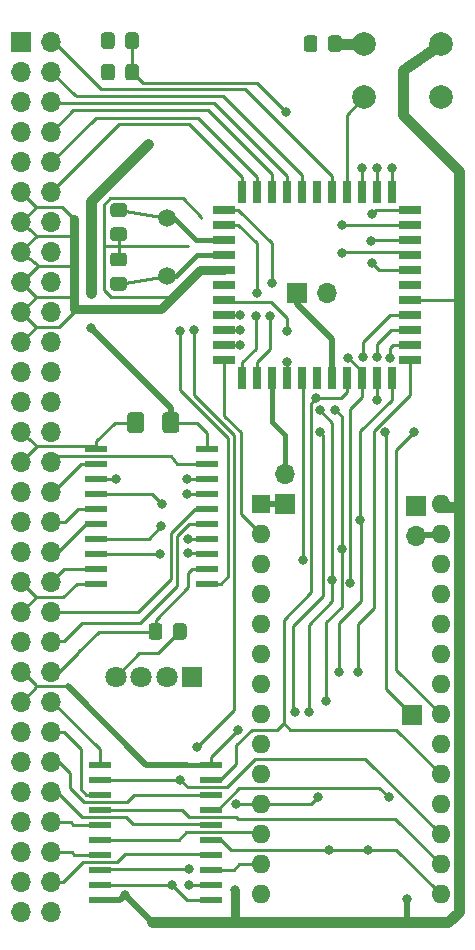
<source format=gbr>
%TF.GenerationSoftware,KiCad,Pcbnew,5.1.9+dfsg1-1+deb11u1*%
%TF.CreationDate,2024-10-31T16:52:42-07:00*%
%TF.ProjectId,8051,38303531-2e6b-4696-9361-645f70636258,rev?*%
%TF.SameCoordinates,Original*%
%TF.FileFunction,Copper,L1,Top*%
%TF.FilePolarity,Positive*%
%FSLAX46Y46*%
G04 Gerber Fmt 4.6, Leading zero omitted, Abs format (unit mm)*
G04 Created by KiCad (PCBNEW 5.1.9+dfsg1-1+deb11u1) date 2024-10-31 16:52:42*
%MOMM*%
%LPD*%
G01*
G04 APERTURE LIST*
%TA.AperFunction,ComponentPad*%
%ADD10R,1.700000X1.700000*%
%TD*%
%TA.AperFunction,ComponentPad*%
%ADD11O,1.600000X1.600000*%
%TD*%
%TA.AperFunction,ComponentPad*%
%ADD12R,1.600000X1.600000*%
%TD*%
%TA.AperFunction,ComponentPad*%
%ADD13O,1.700000X1.700000*%
%TD*%
%TA.AperFunction,ComponentPad*%
%ADD14C,1.800000*%
%TD*%
%TA.AperFunction,ComponentPad*%
%ADD15R,1.800000X1.800000*%
%TD*%
%TA.AperFunction,ComponentPad*%
%ADD16C,1.500000*%
%TD*%
%TA.AperFunction,SMDPad,CuDef*%
%ADD17R,1.950000X0.600000*%
%TD*%
%TA.AperFunction,SMDPad,CuDef*%
%ADD18R,0.700000X1.925000*%
%TD*%
%TA.AperFunction,SMDPad,CuDef*%
%ADD19R,1.925000X0.700000*%
%TD*%
%TA.AperFunction,ComponentPad*%
%ADD20C,2.000000*%
%TD*%
%TA.AperFunction,ViaPad*%
%ADD21C,0.800000*%
%TD*%
%TA.AperFunction,Conductor*%
%ADD22C,0.254000*%
%TD*%
%TA.AperFunction,Conductor*%
%ADD23C,0.762000*%
%TD*%
%TA.AperFunction,Conductor*%
%ADD24C,0.508000*%
%TD*%
%TA.AperFunction,Conductor*%
%ADD25C,0.635000*%
%TD*%
%TA.AperFunction,Conductor*%
%ADD26C,0.381000*%
%TD*%
%TA.AperFunction,Conductor*%
%ADD27C,0.889000*%
%TD*%
%TA.AperFunction,Conductor*%
%ADD28C,0.250000*%
%TD*%
G04 APERTURE END LIST*
D10*
%TO.P,J5,1*%
%TO.N,Net-(J5-Pad1)*%
X124000000Y-120300000D03*
%TD*%
D11*
%TO.P,U5,28*%
%TO.N,+5V*%
X126490000Y-102500000D03*
%TO.P,U5,14*%
%TO.N,GND*%
X111250000Y-135520000D03*
%TO.P,U5,27*%
%TO.N,Net-(J4-Pad1)*%
X126490000Y-105040000D03*
%TO.P,U5,13*%
%TO.N,AD2*%
X111250000Y-132980000D03*
%TO.P,U5,26*%
%TO.N,Net-(U1-Pad29)*%
X126490000Y-107580000D03*
%TO.P,U5,12*%
%TO.N,AD1*%
X111250000Y-130440000D03*
%TO.P,U5,25*%
%TO.N,Net-(U1-Pad24)*%
X126490000Y-110120000D03*
%TO.P,U5,11*%
%TO.N,AD0*%
X111250000Y-127900000D03*
%TO.P,U5,24*%
%TO.N,Net-(U1-Pad25)*%
X126490000Y-112660000D03*
%TO.P,U5,10*%
%TO.N,A0*%
X111250000Y-125360000D03*
%TO.P,U5,23*%
%TO.N,Net-(U1-Pad27)*%
X126490000Y-115200000D03*
%TO.P,U5,9*%
%TO.N,A1*%
X111250000Y-122820000D03*
%TO.P,U5,22*%
%TO.N,GND*%
X126490000Y-117740000D03*
%TO.P,U5,8*%
%TO.N,A2*%
X111250000Y-120280000D03*
%TO.P,U5,21*%
%TO.N,Net-(U1-Pad26)*%
X126490000Y-120280000D03*
%TO.P,U5,7*%
%TO.N,A3*%
X111250000Y-117740000D03*
%TO.P,U5,20*%
%TO.N,Net-(J5-Pad1)*%
X126490000Y-122820000D03*
%TO.P,U5,6*%
%TO.N,A4*%
X111250000Y-115200000D03*
%TO.P,U5,19*%
%TO.N,AD7*%
X126490000Y-125360000D03*
%TO.P,U5,5*%
%TO.N,A5*%
X111250000Y-112660000D03*
%TO.P,U5,18*%
%TO.N,AD6*%
X126490000Y-127900000D03*
%TO.P,U5,4*%
%TO.N,A6*%
X111250000Y-110120000D03*
%TO.P,U5,17*%
%TO.N,AD5*%
X126490000Y-130440000D03*
%TO.P,U5,3*%
%TO.N,A7*%
X111250000Y-107580000D03*
%TO.P,U5,16*%
%TO.N,AD4*%
X126490000Y-132980000D03*
%TO.P,U5,2*%
%TO.N,Net-(U1-Pad28)*%
X111250000Y-105040000D03*
%TO.P,U5,15*%
%TO.N,AD3*%
X126490000Y-135520000D03*
D12*
%TO.P,U5,1*%
%TO.N,Net-(J3-Pad1)*%
X111250000Y-102500000D03*
%TD*%
D13*
%TO.P,J4,2*%
%TO.N,Net-(J4-Pad1)*%
X124333000Y-105156000D03*
D10*
%TO.P,J4,1*%
X124333000Y-102616000D03*
%TD*%
D13*
%TO.P,J3,2*%
%TO.N,Net-(J3-Pad1)*%
X113284000Y-99949000D03*
D10*
%TO.P,J3,1*%
X113284000Y-102489000D03*
%TD*%
%TO.P,D4,2*%
%TO.N,Net-(D4-Pad2)*%
%TA.AperFunction,SMDPad,CuDef*%
G36*
G01*
X98873000Y-65462999D02*
X98873000Y-66363001D01*
G75*
G02*
X98623001Y-66613000I-249999J0D01*
G01*
X97972999Y-66613000D01*
G75*
G02*
X97723000Y-66363001I0J249999D01*
G01*
X97723000Y-65462999D01*
G75*
G02*
X97972999Y-65213000I249999J0D01*
G01*
X98623001Y-65213000D01*
G75*
G02*
X98873000Y-65462999I0J-249999D01*
G01*
G37*
%TD.AperFunction*%
%TO.P,D4,1*%
%TO.N,GND*%
%TA.AperFunction,SMDPad,CuDef*%
G36*
G01*
X100923000Y-65462999D02*
X100923000Y-66363001D01*
G75*
G02*
X100673001Y-66613000I-249999J0D01*
G01*
X100022999Y-66613000D01*
G75*
G02*
X99773000Y-66363001I0J249999D01*
G01*
X99773000Y-65462999D01*
G75*
G02*
X100022999Y-65213000I249999J0D01*
G01*
X100673001Y-65213000D01*
G75*
G02*
X100923000Y-65462999I0J-249999D01*
G01*
G37*
%TD.AperFunction*%
%TD*%
%TO.P,D3,2*%
%TO.N,Net-(D3-Pad2)*%
%TA.AperFunction,SMDPad,CuDef*%
G36*
G01*
X98855000Y-62795999D02*
X98855000Y-63696001D01*
G75*
G02*
X98605001Y-63946000I-249999J0D01*
G01*
X97954999Y-63946000D01*
G75*
G02*
X97705000Y-63696001I0J249999D01*
G01*
X97705000Y-62795999D01*
G75*
G02*
X97954999Y-62546000I249999J0D01*
G01*
X98605001Y-62546000D01*
G75*
G02*
X98855000Y-62795999I0J-249999D01*
G01*
G37*
%TD.AperFunction*%
%TO.P,D3,1*%
%TO.N,GND*%
%TA.AperFunction,SMDPad,CuDef*%
G36*
G01*
X100905000Y-62795999D02*
X100905000Y-63696001D01*
G75*
G02*
X100655001Y-63946000I-249999J0D01*
G01*
X100004999Y-63946000D01*
G75*
G02*
X99755000Y-63696001I0J249999D01*
G01*
X99755000Y-62795999D01*
G75*
G02*
X100004999Y-62546000I249999J0D01*
G01*
X100655001Y-62546000D01*
G75*
G02*
X100905000Y-62795999I0J-249999D01*
G01*
G37*
%TD.AperFunction*%
%TD*%
%TO.P,R5,2*%
%TO.N,O0*%
%TA.AperFunction,SMDPad,CuDef*%
G36*
G01*
X102893600Y-112808599D02*
X102893600Y-113708601D01*
G75*
G02*
X102643601Y-113958600I-249999J0D01*
G01*
X101993599Y-113958600D01*
G75*
G02*
X101743600Y-113708601I0J249999D01*
G01*
X101743600Y-112808599D01*
G75*
G02*
X101993599Y-112558600I249999J0D01*
G01*
X102643601Y-112558600D01*
G75*
G02*
X102893600Y-112808599I0J-249999D01*
G01*
G37*
%TD.AperFunction*%
%TO.P,R5,1*%
%TO.N,Net-(D2-Pad4)*%
%TA.AperFunction,SMDPad,CuDef*%
G36*
G01*
X104943600Y-112808599D02*
X104943600Y-113708601D01*
G75*
G02*
X104693601Y-113958600I-249999J0D01*
G01*
X104043599Y-113958600D01*
G75*
G02*
X103793600Y-113708601I0J249999D01*
G01*
X103793600Y-112808599D01*
G75*
G02*
X104043599Y-112558600I249999J0D01*
G01*
X104693601Y-112558600D01*
G75*
G02*
X104943600Y-112808599I0J-249999D01*
G01*
G37*
%TD.AperFunction*%
%TD*%
D14*
%TO.P,D2,4*%
%TO.N,Net-(D2-Pad4)*%
X98933000Y-117094000D03*
%TO.P,D2,3*%
%TO.N,Net-(D2-Pad3)*%
X101092000Y-117094000D03*
%TO.P,D2,2*%
%TO.N,GND*%
X103251000Y-117094000D03*
D15*
%TO.P,D2,1*%
%TO.N,Net-(D2-Pad1)*%
X105410000Y-117094000D03*
%TD*%
%TO.P,D1,2*%
%TO.N,+5V*%
%TA.AperFunction,SMDPad,CuDef*%
G36*
G01*
X116925000Y-63950001D02*
X116925000Y-63049999D01*
G75*
G02*
X117174999Y-62800000I249999J0D01*
G01*
X117825001Y-62800000D01*
G75*
G02*
X118075000Y-63049999I0J-249999D01*
G01*
X118075000Y-63950001D01*
G75*
G02*
X117825001Y-64200000I-249999J0D01*
G01*
X117174999Y-64200000D01*
G75*
G02*
X116925000Y-63950001I0J249999D01*
G01*
G37*
%TD.AperFunction*%
%TO.P,D1,1*%
%TO.N,Net-(D1-Pad1)*%
%TA.AperFunction,SMDPad,CuDef*%
G36*
G01*
X114875000Y-63950001D02*
X114875000Y-63049999D01*
G75*
G02*
X115124999Y-62800000I249999J0D01*
G01*
X115775001Y-62800000D01*
G75*
G02*
X116025000Y-63049999I0J-249999D01*
G01*
X116025000Y-63950001D01*
G75*
G02*
X115775001Y-64200000I-249999J0D01*
G01*
X115124999Y-64200000D01*
G75*
G02*
X114875000Y-63950001I0J249999D01*
G01*
G37*
%TD.AperFunction*%
%TD*%
%TO.P,C4,2*%
%TO.N,GND*%
%TA.AperFunction,SMDPad,CuDef*%
G36*
G01*
X101347300Y-94955200D02*
X101347300Y-96205200D01*
G75*
G02*
X101097300Y-96455200I-250000J0D01*
G01*
X100172300Y-96455200D01*
G75*
G02*
X99922300Y-96205200I0J250000D01*
G01*
X99922300Y-94955200D01*
G75*
G02*
X100172300Y-94705200I250000J0D01*
G01*
X101097300Y-94705200D01*
G75*
G02*
X101347300Y-94955200I0J-250000D01*
G01*
G37*
%TD.AperFunction*%
%TO.P,C4,1*%
%TO.N,+5V*%
%TA.AperFunction,SMDPad,CuDef*%
G36*
G01*
X104322300Y-94955200D02*
X104322300Y-96205200D01*
G75*
G02*
X104072300Y-96455200I-250000J0D01*
G01*
X103147300Y-96455200D01*
G75*
G02*
X102897300Y-96205200I0J250000D01*
G01*
X102897300Y-94955200D01*
G75*
G02*
X103147300Y-94705200I250000J0D01*
G01*
X104072300Y-94705200D01*
G75*
G02*
X104322300Y-94955200I0J-250000D01*
G01*
G37*
%TD.AperFunction*%
%TD*%
D13*
%TO.P,J2,60*%
%TO.N,I0*%
X93500000Y-136990000D03*
%TO.P,J2,59*%
%TO.N,GND*%
X90960000Y-136990000D03*
%TO.P,J2,58*%
%TO.N,I1*%
X93500000Y-134450000D03*
%TO.P,J2,57*%
%TO.N,GND*%
X90960000Y-134450000D03*
%TO.P,J2,56*%
%TO.N,I2*%
X93500000Y-131910000D03*
%TO.P,J2,55*%
%TO.N,GND*%
X90960000Y-131910000D03*
%TO.P,J2,54*%
%TO.N,I3*%
X93500000Y-129370000D03*
%TO.P,J2,53*%
%TO.N,GND*%
X90960000Y-129370000D03*
%TO.P,J2,52*%
%TO.N,I4*%
X93500000Y-126830000D03*
%TO.P,J2,51*%
%TO.N,GND*%
X90960000Y-126830000D03*
%TO.P,J2,50*%
%TO.N,I5*%
X93500000Y-124290000D03*
%TO.P,J2,49*%
%TO.N,GND*%
X90960000Y-124290000D03*
%TO.P,J2,48*%
%TO.N,I6*%
X93500000Y-121750000D03*
%TO.P,J2,47*%
%TO.N,GND*%
X90960000Y-121750000D03*
%TO.P,J2,46*%
%TO.N,I7*%
X93500000Y-119210000D03*
%TO.P,J2,45*%
%TO.N,GND*%
X90960000Y-119210000D03*
%TO.P,J2,44*%
%TO.N,O0*%
X93500000Y-116670000D03*
%TO.P,J2,43*%
%TO.N,GND*%
X90960000Y-116670000D03*
%TO.P,J2,42*%
%TO.N,O1*%
X93500000Y-114130000D03*
%TO.P,J2,41*%
%TO.N,GND*%
X90960000Y-114130000D03*
%TO.P,J2,40*%
%TO.N,O2*%
X93500000Y-111590000D03*
%TO.P,J2,39*%
%TO.N,GND*%
X90960000Y-111590000D03*
%TO.P,J2,38*%
%TO.N,O3*%
X93500000Y-109050000D03*
%TO.P,J2,37*%
%TO.N,GND*%
X90960000Y-109050000D03*
%TO.P,J2,36*%
%TO.N,O4*%
X93500000Y-106510000D03*
%TO.P,J2,35*%
%TO.N,GND*%
X90960000Y-106510000D03*
%TO.P,J2,34*%
%TO.N,O5*%
X93500000Y-103970000D03*
%TO.P,J2,33*%
%TO.N,GND*%
X90960000Y-103970000D03*
%TO.P,J2,32*%
%TO.N,O6*%
X93500000Y-101430000D03*
%TO.P,J2,31*%
%TO.N,GND*%
X90960000Y-101430000D03*
%TO.P,J2,30*%
%TO.N,O7*%
X93500000Y-98890000D03*
%TO.P,J2,29*%
%TO.N,GND*%
X90960000Y-98890000D03*
%TO.P,J2,28*%
%TO.N,P0*%
X93500000Y-96350000D03*
%TO.P,J2,27*%
%TO.N,GND*%
X90960000Y-96350000D03*
%TO.P,J2,26*%
%TO.N,P1*%
X93500000Y-93810000D03*
%TO.P,J2,25*%
%TO.N,GND*%
X90960000Y-93810000D03*
%TO.P,J2,24*%
%TO.N,P2*%
X93500000Y-91270000D03*
%TO.P,J2,23*%
%TO.N,GND*%
X90960000Y-91270000D03*
%TO.P,J2,22*%
%TO.N,P3*%
X93500000Y-88730000D03*
%TO.P,J2,21*%
%TO.N,GND*%
X90960000Y-88730000D03*
%TO.P,J2,20*%
%TO.N,P4*%
X93500000Y-86190000D03*
%TO.P,J2,19*%
%TO.N,GND*%
X90960000Y-86190000D03*
%TO.P,J2,18*%
%TO.N,P5*%
X93500000Y-83650000D03*
%TO.P,J2,17*%
%TO.N,GND*%
X90960000Y-83650000D03*
%TO.P,J2,16*%
%TO.N,P6*%
X93500000Y-81110000D03*
%TO.P,J2,15*%
%TO.N,GND*%
X90960000Y-81110000D03*
%TO.P,J2,14*%
%TO.N,P7*%
X93500000Y-78570000D03*
%TO.P,J2,13*%
%TO.N,GND*%
X90960000Y-78570000D03*
%TO.P,J2,12*%
%TO.N,T1*%
X93500000Y-76030000D03*
%TO.P,J2,11*%
%TO.N,GND*%
X90960000Y-76030000D03*
%TO.P,J2,10*%
%TO.N,T0*%
X93500000Y-73490000D03*
%TO.P,J2,9*%
%TO.N,GND*%
X90960000Y-73490000D03*
%TO.P,J2,8*%
%TO.N,INT1*%
X93500000Y-70950000D03*
%TO.P,J2,7*%
%TO.N,+5V*%
X90960000Y-70950000D03*
%TO.P,J2,6*%
%TO.N,INT0*%
X93500000Y-68410000D03*
%TO.P,J2,5*%
%TO.N,+5V*%
X90960000Y-68410000D03*
%TO.P,J2,4*%
%TO.N,TxD*%
X93500000Y-65870000D03*
%TO.P,J2,3*%
%TO.N,+5V*%
X90960000Y-65870000D03*
%TO.P,J2,2*%
%TO.N,RxD*%
X93500000Y-63330000D03*
D10*
%TO.P,J2,1*%
%TO.N,+5V*%
X90960000Y-63330000D03*
%TD*%
D16*
%TO.P,Y1,2*%
%TO.N,Net-(C2-Pad1)*%
X103250000Y-83130000D03*
%TO.P,Y1,1*%
%TO.N,Net-(C1-Pad1)*%
X103250000Y-78250000D03*
%TD*%
D17*
%TO.P,U3,20*%
%TO.N,+5V*%
X106700000Y-97785000D03*
%TO.P,U3,19*%
%TO.N,O7*%
X106700000Y-99055000D03*
%TO.P,U3,18*%
%TO.N,AD7*%
X106700000Y-100325000D03*
%TO.P,U3,17*%
%TO.N,AD2*%
X106700000Y-101595000D03*
%TO.P,U3,16*%
%TO.N,O2*%
X106700000Y-102865000D03*
%TO.P,U3,15*%
%TO.N,O1*%
X106700000Y-104135000D03*
%TO.P,U3,14*%
%TO.N,AD1*%
X106700000Y-105405000D03*
%TO.P,U3,13*%
%TO.N,AD0*%
X106700000Y-106675000D03*
%TO.P,U3,12*%
%TO.N,O0*%
X106700000Y-107945000D03*
%TO.P,U3,11*%
%TO.N,Net-(U1-Pad18)*%
X106700000Y-109215000D03*
%TO.P,U3,10*%
%TO.N,GND*%
X97300000Y-109215000D03*
%TO.P,U3,9*%
%TO.N,O3*%
X97300000Y-107945000D03*
%TO.P,U3,8*%
%TO.N,AD3*%
X97300000Y-106675000D03*
%TO.P,U3,7*%
%TO.N,AD4*%
X97300000Y-105405000D03*
%TO.P,U3,6*%
%TO.N,O4*%
X97300000Y-104135000D03*
%TO.P,U3,5*%
%TO.N,O5*%
X97300000Y-102865000D03*
%TO.P,U3,4*%
%TO.N,AD5*%
X97300000Y-101595000D03*
%TO.P,U3,3*%
%TO.N,AD6*%
X97300000Y-100325000D03*
%TO.P,U3,2*%
%TO.N,O6*%
X97300000Y-99055000D03*
%TO.P,U3,1*%
%TO.N,GND*%
X97300000Y-97785000D03*
%TD*%
%TO.P,U2,20*%
%TO.N,+5V*%
X97600000Y-135965000D03*
%TO.P,U2,19*%
%TO.N,Net-(U1-Pad19)*%
X97600000Y-134695000D03*
%TO.P,U2,18*%
%TO.N,AD0*%
X97600000Y-133425000D03*
%TO.P,U2,17*%
%TO.N,I2*%
X97600000Y-132155000D03*
%TO.P,U2,16*%
%TO.N,AD1*%
X97600000Y-130885000D03*
%TO.P,U2,15*%
%TO.N,I3*%
X97600000Y-129615000D03*
%TO.P,U2,14*%
%TO.N,AD4*%
X97600000Y-128345000D03*
%TO.P,U2,13*%
%TO.N,I6*%
X97600000Y-127075000D03*
%TO.P,U2,12*%
%TO.N,AD5*%
X97600000Y-125805000D03*
%TO.P,U2,11*%
%TO.N,I7*%
X97600000Y-124535000D03*
%TO.P,U2,10*%
%TO.N,GND*%
X107000000Y-124535000D03*
%TO.P,U2,9*%
%TO.N,AD7*%
X107000000Y-125805000D03*
%TO.P,U2,8*%
%TO.N,I5*%
X107000000Y-127075000D03*
%TO.P,U2,7*%
%TO.N,AD6*%
X107000000Y-128345000D03*
%TO.P,U2,6*%
%TO.N,I4*%
X107000000Y-129615000D03*
%TO.P,U2,5*%
%TO.N,AD3*%
X107000000Y-130885000D03*
%TO.P,U2,4*%
%TO.N,I1*%
X107000000Y-132155000D03*
%TO.P,U2,3*%
%TO.N,AD2*%
X107000000Y-133425000D03*
%TO.P,U2,2*%
%TO.N,I0*%
X107000000Y-134695000D03*
%TO.P,U2,1*%
%TO.N,Net-(U1-Pad19)*%
X107000000Y-135965000D03*
%TD*%
D18*
%TO.P,U1,39*%
%TO.N,AD4*%
X122350000Y-91802500D03*
%TO.P,U1,38*%
%TO.N,AD5*%
X121080000Y-91802500D03*
%TO.P,U1,37*%
%TO.N,AD6*%
X119810000Y-91802500D03*
%TO.P,U1,36*%
%TO.N,AD7*%
X118540000Y-91802500D03*
%TO.P,U1,35*%
%TO.N,GND*%
X117270000Y-91802500D03*
%TO.P,U1,34*%
%TO.N,Net-(U1-Pad34)*%
X116000000Y-91802500D03*
%TO.P,U1,33*%
%TO.N,Net-(U1-Pad33)*%
X114730000Y-91802500D03*
%TO.P,U1,32*%
%TO.N,Net-(J5-Pad1)*%
X113460000Y-91802500D03*
%TO.P,U1,31*%
%TO.N,Net-(J3-Pad1)*%
X112190000Y-91802500D03*
%TO.P,U1,30*%
%TO.N,Net-(J4-Pad1)*%
X110920000Y-91802500D03*
%TO.P,U1,29*%
%TO.N,Net-(U1-Pad29)*%
X109650000Y-91802500D03*
D19*
%TO.P,U1,28*%
%TO.N,Net-(U1-Pad28)*%
X108137500Y-90290000D03*
%TO.P,U1,27*%
%TO.N,Net-(U1-Pad27)*%
X108137500Y-89020000D03*
%TO.P,U1,26*%
%TO.N,Net-(U1-Pad26)*%
X108137500Y-87750000D03*
%TO.P,U1,25*%
%TO.N,Net-(U1-Pad25)*%
X108137500Y-86480000D03*
%TO.P,U1,24*%
%TO.N,Net-(U1-Pad24)*%
X108137500Y-85210000D03*
%TO.P,U1,23*%
%TO.N,Net-(U1-Pad23)*%
X108137500Y-83940000D03*
%TO.P,U1,22*%
%TO.N,GND*%
X108137500Y-82670000D03*
%TO.P,U1,21*%
%TO.N,Net-(C2-Pad1)*%
X108137500Y-81400000D03*
%TO.P,U1,20*%
%TO.N,Net-(C1-Pad1)*%
X108137500Y-80130000D03*
%TO.P,U1,19*%
%TO.N,Net-(U1-Pad19)*%
X108137500Y-78860000D03*
%TO.P,U1,18*%
%TO.N,Net-(U1-Pad18)*%
X108137500Y-77590000D03*
D18*
%TO.P,U1,17*%
%TO.N,T1*%
X109650000Y-76077500D03*
%TO.P,U1,16*%
%TO.N,T0*%
X110920000Y-76077500D03*
%TO.P,U1,15*%
%TO.N,INT1*%
X112190000Y-76077500D03*
%TO.P,U1,14*%
%TO.N,INT0*%
X113460000Y-76077500D03*
%TO.P,U1,13*%
%TO.N,TxD*%
X114730000Y-76077500D03*
%TO.P,U1,12*%
%TO.N,Net-(U1-Pad12)*%
X116000000Y-76077500D03*
%TO.P,U1,11*%
%TO.N,RxD*%
X117270000Y-76077500D03*
%TO.P,U1,10*%
%TO.N,Net-(C3-Pad2)*%
X118540000Y-76077500D03*
%TO.P,U1,9*%
%TO.N,P7*%
X119810000Y-76077500D03*
%TO.P,U1,8*%
%TO.N,P6*%
X121080000Y-76077500D03*
%TO.P,U1,7*%
%TO.N,P5*%
X122350000Y-76077500D03*
D19*
%TO.P,U1,40*%
%TO.N,AD3*%
X123862500Y-90290000D03*
%TO.P,U1,41*%
%TO.N,AD2*%
X123862500Y-89020000D03*
%TO.P,U1,42*%
%TO.N,AD1*%
X123862500Y-87750000D03*
%TO.P,U1,43*%
%TO.N,AD0*%
X123862500Y-86480000D03*
%TO.P,U1,44*%
%TO.N,+5V*%
X123862500Y-85210000D03*
%TO.P,U1,6*%
%TO.N,P4*%
X123862500Y-77590000D03*
%TO.P,U1,5*%
%TO.N,P3*%
X123862500Y-78860000D03*
%TO.P,U1,4*%
%TO.N,P2*%
X123862500Y-80130000D03*
%TO.P,U1,3*%
%TO.N,P1*%
X123862500Y-81400000D03*
%TO.P,U1,2*%
%TO.N,P0*%
X123862500Y-82670000D03*
%TO.P,U1,1*%
%TO.N,Net-(U1-Pad1)*%
X123862500Y-83940000D03*
%TD*%
D20*
%TO.P,SW1,1*%
%TO.N,+5V*%
X126500000Y-63500000D03*
%TO.P,SW1,2*%
%TO.N,Net-(C3-Pad2)*%
X126500000Y-68000000D03*
%TO.P,SW1,1*%
%TO.N,+5V*%
X120000000Y-63500000D03*
%TO.P,SW1,2*%
%TO.N,Net-(C3-Pad2)*%
X120000000Y-68000000D03*
%TD*%
D13*
%TO.P,J1,2*%
%TO.N,GND*%
X116840000Y-84582000D03*
D10*
%TO.P,J1,1*%
X114300000Y-84582000D03*
%TD*%
%TO.P,C2,2*%
%TO.N,GND*%
%TA.AperFunction,SMDPad,CuDef*%
G36*
G01*
X99637001Y-82345000D02*
X98736999Y-82345000D01*
G75*
G02*
X98487000Y-82095001I0J249999D01*
G01*
X98487000Y-81444999D01*
G75*
G02*
X98736999Y-81195000I249999J0D01*
G01*
X99637001Y-81195000D01*
G75*
G02*
X99887000Y-81444999I0J-249999D01*
G01*
X99887000Y-82095001D01*
G75*
G02*
X99637001Y-82345000I-249999J0D01*
G01*
G37*
%TD.AperFunction*%
%TO.P,C2,1*%
%TO.N,Net-(C2-Pad1)*%
%TA.AperFunction,SMDPad,CuDef*%
G36*
G01*
X99637001Y-84395000D02*
X98736999Y-84395000D01*
G75*
G02*
X98487000Y-84145001I0J249999D01*
G01*
X98487000Y-83494999D01*
G75*
G02*
X98736999Y-83245000I249999J0D01*
G01*
X99637001Y-83245000D01*
G75*
G02*
X99887000Y-83494999I0J-249999D01*
G01*
X99887000Y-84145001D01*
G75*
G02*
X99637001Y-84395000I-249999J0D01*
G01*
G37*
%TD.AperFunction*%
%TD*%
%TO.P,C1,2*%
%TO.N,GND*%
%TA.AperFunction,SMDPad,CuDef*%
G36*
G01*
X98736999Y-79054000D02*
X99637001Y-79054000D01*
G75*
G02*
X99887000Y-79303999I0J-249999D01*
G01*
X99887000Y-79954001D01*
G75*
G02*
X99637001Y-80204000I-249999J0D01*
G01*
X98736999Y-80204000D01*
G75*
G02*
X98487000Y-79954001I0J249999D01*
G01*
X98487000Y-79303999D01*
G75*
G02*
X98736999Y-79054000I249999J0D01*
G01*
G37*
%TD.AperFunction*%
%TO.P,C1,1*%
%TO.N,Net-(C1-Pad1)*%
%TA.AperFunction,SMDPad,CuDef*%
G36*
G01*
X98736999Y-77004000D02*
X99637001Y-77004000D01*
G75*
G02*
X99887000Y-77253999I0J-249999D01*
G01*
X99887000Y-77904001D01*
G75*
G02*
X99637001Y-78154000I-249999J0D01*
G01*
X98736999Y-78154000D01*
G75*
G02*
X98487000Y-77904001I0J249999D01*
G01*
X98487000Y-77253999D01*
G75*
G02*
X98736999Y-77004000I249999J0D01*
G01*
G37*
%TD.AperFunction*%
%TD*%
D21*
%TO.N,GND*%
X113360200Y-69291200D03*
X102743000Y-85979000D03*
X109321600Y-121564400D03*
%TO.N,+5V*%
X99695000Y-135585200D03*
X128000000Y-84420200D03*
X96824800Y-84607400D03*
X96824800Y-87553800D03*
X123596400Y-135915400D03*
X109016800Y-135178800D03*
X101650800Y-71958200D03*
%TO.N,Net-(U1-Pad33)*%
X114782600Y-107188000D03*
%TO.N,Net-(U1-Pad29)*%
X110820200Y-86512400D03*
%TO.N,Net-(U1-Pad27)*%
X109499400Y-89001600D03*
%TO.N,Net-(U1-Pad26)*%
X109474000Y-87757000D03*
X124231400Y-96393000D03*
%TO.N,Net-(U1-Pad25)*%
X109479492Y-86506908D03*
%TO.N,Net-(U1-Pad24)*%
X113411000Y-87833200D03*
%TO.N,Net-(U1-Pad19)*%
X105841800Y-123037600D03*
X103733600Y-134721600D03*
X110871000Y-84632800D03*
X105562400Y-87757000D03*
%TO.N,Net-(U1-Pad18)*%
X112153700Y-83756500D03*
X104394000Y-87807800D03*
%TO.N,I0*%
X105154800Y-134695000D03*
%TO.N,Net-(D1-Pad1)*%
X115443000Y-63500000D03*
%TO.N,P0*%
X120650000Y-82042000D03*
%TO.N,P1*%
X118110000Y-81203800D03*
%TO.N,P2*%
X120599200Y-80162400D03*
%TO.N,P3*%
X118142400Y-78860000D03*
%TO.N,P4*%
X120650000Y-77927200D03*
%TO.N,P5*%
X122301000Y-74041000D03*
%TO.N,P6*%
X121031000Y-74041000D03*
%TO.N,P7*%
X119761000Y-74041000D03*
%TO.N,Net-(D3-Pad2)*%
X98298000Y-63246000D03*
%TO.N,Net-(D4-Pad2)*%
X98298000Y-65913000D03*
%TO.N,Net-(J4-Pad1)*%
X111988600Y-86512400D03*
%TO.N,AD4*%
X102819200Y-104343200D03*
X117856000Y-116687600D03*
X119659400Y-103860600D03*
%TO.N,AD5*%
X121080000Y-93673400D03*
X104419084Y-125805884D03*
X102870000Y-102463600D03*
%TO.N,AD6*%
X118643400Y-90068400D03*
X122047000Y-127279400D03*
X118821200Y-109143800D03*
X98958400Y-100330000D03*
%TO.N,AD7*%
X115925600Y-93497400D03*
X104998600Y-100325000D03*
%TO.N,AD2*%
X122174000Y-90068400D03*
X104952800Y-101600000D03*
X114122200Y-120116600D03*
X116255800Y-96367600D03*
%TO.N,AD0*%
X105054400Y-106654600D03*
X119862600Y-90043000D03*
X109118400Y-127889000D03*
X105130600Y-133400800D03*
X115316000Y-120116600D03*
X116103400Y-127279400D03*
X116255800Y-94538800D03*
X117297200Y-108940600D03*
%TO.N,AD3*%
X119456200Y-116713000D03*
X117017800Y-131749800D03*
X120294400Y-131749800D03*
X102717600Y-106705400D03*
%TO.N,AD1*%
X105079800Y-105410000D03*
X121056400Y-90043000D03*
X117551200Y-94513400D03*
X116789200Y-119126000D03*
X118084600Y-106248200D03*
%TO.N,Net-(J5-Pad1)*%
X121780300Y-96405700D03*
X113436400Y-90449400D03*
%TD*%
D22*
%TO.N,GND*%
X100330000Y-63246000D02*
X100348000Y-65913000D01*
X99187000Y-80645000D02*
X99187000Y-81770000D01*
X99187000Y-79629000D02*
X99187000Y-80645000D01*
X99187000Y-80645000D02*
X97917000Y-80645000D01*
X106172000Y-78137774D02*
X106172000Y-78232000D01*
X104615226Y-76581000D02*
X106172000Y-78137774D01*
X98453222Y-76581000D02*
X104615226Y-76581000D01*
X97917000Y-77117222D02*
X98453222Y-76581000D01*
X98552000Y-84963000D02*
X103886000Y-84963000D01*
X97917000Y-84328000D02*
X98552000Y-84963000D01*
X97917000Y-80645000D02*
X97917000Y-84328000D01*
X99187000Y-80645000D02*
X105029000Y-80645000D01*
X97917000Y-77343000D02*
X97917000Y-77117222D01*
X97917000Y-79883000D02*
X97917000Y-77343000D01*
X97917000Y-80645000D02*
X97917000Y-79883000D01*
D23*
X95377000Y-79756000D02*
X95377000Y-78359000D01*
X95377000Y-82296000D02*
X95377000Y-79756000D01*
X95377000Y-84963000D02*
X95377000Y-82296000D01*
X95377000Y-85979000D02*
X95377000Y-84963000D01*
D22*
X92202000Y-84963000D02*
X95377000Y-84963000D01*
X90975000Y-86190000D02*
X92202000Y-84963000D01*
X90960000Y-86190000D02*
X90975000Y-86190000D01*
X95377000Y-86233000D02*
X95377000Y-85979000D01*
X92234135Y-87503000D02*
X94107000Y-87503000D01*
X91007135Y-88730000D02*
X92234135Y-87503000D01*
X94107000Y-87503000D02*
X95377000Y-86233000D01*
X90960000Y-88730000D02*
X91007135Y-88730000D01*
X90972901Y-83650000D02*
X92326901Y-82296000D01*
X90960000Y-83650000D02*
X90972901Y-83650000D01*
X92279198Y-79756000D02*
X95377000Y-79756000D01*
X90960000Y-81075198D02*
X92279198Y-79756000D01*
X90960000Y-81110000D02*
X90960000Y-81075198D01*
X92202000Y-77343000D02*
X90975000Y-78570000D01*
X94361000Y-77343000D02*
X92202000Y-77343000D01*
X90975000Y-78570000D02*
X90960000Y-78570000D01*
X95377000Y-78359000D02*
X94361000Y-77343000D01*
X92280124Y-97569876D02*
X90960000Y-98890000D01*
X97084876Y-97569876D02*
X92280124Y-97569876D01*
X97300000Y-97785000D02*
X97084876Y-97569876D01*
X97300000Y-109215000D02*
X97287000Y-109215000D01*
X97300000Y-109215000D02*
X95631000Y-109220000D01*
X90975000Y-111590000D02*
X90960000Y-111590000D01*
X92202000Y-110363000D02*
X90975000Y-111590000D01*
X94488000Y-110363000D02*
X92202000Y-110363000D01*
X95631000Y-109220000D02*
X94488000Y-110363000D01*
D24*
X117270000Y-88517200D02*
X114274600Y-85521800D01*
X114274600Y-85521800D02*
X114274600Y-84709000D01*
X117270000Y-91802500D02*
X117270000Y-88517200D01*
D23*
X102743000Y-85979000D02*
X95377000Y-85979000D01*
X106052000Y-82670000D02*
X108137500Y-82670000D01*
X102743000Y-85979000D02*
X106052000Y-82670000D01*
D22*
X97300000Y-97137000D02*
X97300000Y-97785000D01*
X98856800Y-95580200D02*
X97300000Y-97137000D01*
X100634800Y-95580200D02*
X98856800Y-95580200D01*
D25*
X111543800Y-135813800D02*
X111250000Y-135520000D01*
D22*
X90960000Y-109050000D02*
X92202000Y-110363000D01*
X90960000Y-96350000D02*
X92280124Y-97569876D01*
X92234135Y-87503000D02*
X90960000Y-86190000D01*
X92202000Y-84963000D02*
X90960000Y-83650000D01*
X92481400Y-82296000D02*
X90960000Y-81110000D01*
X92326901Y-82296000D02*
X92481400Y-82296000D01*
X92481400Y-82296000D02*
X95377000Y-82296000D01*
X92279198Y-79756000D02*
X90960000Y-78570000D01*
X90960000Y-76030000D02*
X92202000Y-77343000D01*
D26*
X104977000Y-124535000D02*
X107000000Y-124535000D01*
D22*
X91066800Y-116670000D02*
X90960000Y-116670000D01*
X92227400Y-117830600D02*
X91066800Y-116670000D01*
X92227400Y-117856000D02*
X92227400Y-117830600D01*
X90975000Y-119210000D02*
X90960000Y-119210000D01*
X92227400Y-117957600D02*
X90975000Y-119210000D01*
X92227400Y-117856000D02*
X92227400Y-117957600D01*
X94869000Y-117856000D02*
X92227400Y-117856000D01*
D24*
X101549200Y-124536200D02*
X94869000Y-117856000D01*
X104975800Y-124536200D02*
X101549200Y-124536200D01*
X104977000Y-124535000D02*
X104975800Y-124536200D01*
D22*
X106984800Y-124519800D02*
X107000000Y-124535000D01*
X106984800Y-123901200D02*
X106984800Y-124519800D01*
X109321600Y-121564400D02*
X106984800Y-123901200D01*
X101235000Y-66800000D02*
X100348000Y-65913000D01*
X110869000Y-66800000D02*
X101235000Y-66800000D01*
X113360200Y-69291200D02*
X110869000Y-66800000D01*
%TO.N,Net-(C1-Pad1)*%
X103250000Y-78250000D02*
X99187000Y-77579000D01*
D26*
X105784000Y-80130000D02*
X108137500Y-80130000D01*
X103904000Y-78250000D02*
X105784000Y-80130000D01*
X103250000Y-78250000D02*
X103904000Y-78250000D01*
D22*
%TO.N,Net-(C2-Pad1)*%
X103250000Y-83130000D02*
X99187000Y-83820000D01*
D26*
X105798000Y-81400000D02*
X108137500Y-81400000D01*
X104068000Y-83130000D02*
X105798000Y-81400000D01*
X103250000Y-83130000D02*
X104068000Y-83130000D01*
D22*
%TO.N,Net-(C3-Pad2)*%
X118491000Y-76028500D02*
X118540000Y-76077500D01*
X118491000Y-69509000D02*
X118491000Y-76028500D01*
X120000000Y-68000000D02*
X118491000Y-69509000D01*
D27*
%TO.N,+5V*%
X120000000Y-63500000D02*
X117500000Y-63500000D01*
D22*
X128000000Y-85250000D02*
X128000000Y-85250000D01*
D27*
X123250000Y-65750000D02*
X126500000Y-63500000D01*
X123250000Y-69500000D02*
X123250000Y-65750000D01*
X128000000Y-74250000D02*
X123250000Y-69500000D01*
X128000000Y-84420200D02*
X128000000Y-74250000D01*
D24*
X97601200Y-135966200D02*
X97600000Y-135965000D01*
X99314000Y-135966200D02*
X97601200Y-135966200D01*
X99695000Y-135585200D02*
X99314000Y-135966200D01*
D27*
X126672800Y-102682800D02*
X126490000Y-102500000D01*
X128000000Y-102682800D02*
X126672800Y-102682800D01*
X128000000Y-100990000D02*
X128000000Y-84420200D01*
X128000000Y-136972800D02*
X128000000Y-100990000D01*
X127101600Y-137871200D02*
X128000000Y-136972800D01*
X125069600Y-137871200D02*
X127101600Y-137871200D01*
X125069600Y-137871200D02*
X121767600Y-137871200D01*
X96824800Y-84607400D02*
X96824800Y-84607400D01*
D22*
X106700000Y-96489200D02*
X106700000Y-97785000D01*
X105791000Y-95580200D02*
X106700000Y-96489200D01*
X103609800Y-95580200D02*
X105791000Y-95580200D01*
D24*
X123596400Y-137871200D02*
X121767600Y-137871200D01*
X123596400Y-135915400D02*
X123596400Y-137871200D01*
X99695000Y-135585200D02*
X101981000Y-137871200D01*
D27*
X121767600Y-137871200D02*
X117830600Y-137871200D01*
X117830600Y-137871200D02*
X108864400Y-137871200D01*
X108864400Y-137871200D02*
X101981000Y-137871200D01*
D23*
X109016800Y-137718800D02*
X109016800Y-135178800D01*
X109016800Y-135178800D02*
X109016800Y-135178800D01*
D24*
X103609800Y-94338800D02*
X103609800Y-95580200D01*
X96824800Y-87553800D02*
X103609800Y-94338800D01*
D27*
X101650800Y-71958200D02*
X96824800Y-76784200D01*
X96824800Y-76784200D02*
X96824800Y-84607400D01*
D22*
X128000000Y-85210000D02*
X128000000Y-84420200D01*
X123862500Y-85210000D02*
X128000000Y-85210000D01*
%TO.N,Net-(U1-Pad33)*%
X114782600Y-107188000D02*
X114782600Y-91855100D01*
X114782600Y-91855100D02*
X114730000Y-91802500D01*
%TO.N,Net-(U1-Pad29)*%
X109650000Y-90476600D02*
X109650000Y-91802500D01*
X110820200Y-89306400D02*
X109650000Y-90476600D01*
X110820200Y-86512400D02*
X110820200Y-89306400D01*
%TO.N,Net-(U1-Pad28)*%
X109524800Y-103314800D02*
X111250000Y-105040000D01*
X109524800Y-96393000D02*
X109524800Y-103314800D01*
X108127800Y-94996000D02*
X109524800Y-96393000D01*
X108137500Y-90290000D02*
X108127800Y-94996000D01*
%TO.N,Net-(U1-Pad27)*%
X108137500Y-89020000D02*
X109481000Y-89020000D01*
X109481000Y-89020000D02*
X109499400Y-89001600D01*
%TO.N,Net-(U1-Pad26)*%
X109467000Y-87750000D02*
X109474000Y-87757000D01*
X108137500Y-87750000D02*
X109467000Y-87750000D01*
X126452200Y-120280000D02*
X126490000Y-120280000D01*
X122682000Y-116509800D02*
X126452200Y-120280000D01*
X122682000Y-97917000D02*
X122682000Y-116509800D01*
X124206000Y-96393000D02*
X122682000Y-97917000D01*
X124231400Y-96393000D02*
X124206000Y-96393000D01*
%TO.N,Net-(U1-Pad25)*%
X109452584Y-86480000D02*
X108137500Y-86480000D01*
X109479492Y-86506908D02*
X109452584Y-86480000D01*
%TO.N,Net-(U1-Pad24)*%
X113411000Y-86715600D02*
X112090200Y-85394800D01*
X108322300Y-85394800D02*
X108137500Y-85210000D01*
X112090200Y-85394800D02*
X108322300Y-85394800D01*
X113411000Y-87833200D02*
X113411000Y-86715600D01*
%TO.N,Net-(U1-Pad19)*%
X103733600Y-134721600D02*
X103707000Y-134695000D01*
X103733600Y-134721600D02*
X104977000Y-135965000D01*
X103707000Y-134695000D02*
X97600000Y-134695000D01*
X104977000Y-135965000D02*
X107000000Y-135965000D01*
X109340000Y-78860000D02*
X108137500Y-78860000D01*
X110871000Y-80391000D02*
X109340000Y-78860000D01*
X110871000Y-84632800D02*
X110871000Y-80391000D01*
X108966000Y-119913400D02*
X105841800Y-123037600D01*
X108966000Y-96647000D02*
X108966000Y-119913400D01*
X105562400Y-93243400D02*
X108966000Y-96647000D01*
X105562400Y-87757000D02*
X105562400Y-93243400D01*
%TO.N,Net-(U1-Pad18)*%
X109340000Y-77590000D02*
X108137500Y-77590000D01*
X112141000Y-80391000D02*
X109340000Y-77590000D01*
X112141000Y-83743800D02*
X112141000Y-80391000D01*
X112153700Y-83756500D02*
X112141000Y-83743800D01*
X108458000Y-108585000D02*
X107828000Y-109215000D01*
X108458000Y-96901000D02*
X108458000Y-108585000D01*
X107828000Y-109215000D02*
X106700000Y-109215000D01*
X104394000Y-92837000D02*
X108458000Y-96901000D01*
X104394000Y-87807800D02*
X104394000Y-92837000D01*
%TO.N,T1*%
X99197400Y-70332600D02*
X93500000Y-76030000D01*
X105181400Y-70332600D02*
X99197400Y-70332600D01*
X109650000Y-74801200D02*
X105181400Y-70332600D01*
X109650000Y-76077500D02*
X109650000Y-74801200D01*
%TO.N,T0*%
X97241600Y-69748400D02*
X93500000Y-73490000D01*
X105918000Y-69748400D02*
X97241600Y-69748400D01*
X110920000Y-74750400D02*
X105918000Y-69748400D01*
X110920000Y-76077500D02*
X110920000Y-74750400D01*
%TO.N,INT1*%
X95367200Y-69138800D02*
X93556000Y-70950000D01*
X106781600Y-69138800D02*
X95367200Y-69138800D01*
X93556000Y-70950000D02*
X93500000Y-70950000D01*
X112190000Y-74547200D02*
X106781600Y-69138800D01*
X112190000Y-76077500D02*
X112190000Y-74547200D01*
%TO.N,INT0*%
X93500000Y-68500000D02*
X93500000Y-68410000D01*
X93503800Y-68503800D02*
X93500000Y-68500000D01*
X107264200Y-68503800D02*
X93503800Y-68503800D01*
X113460000Y-74699600D02*
X107264200Y-68503800D01*
X113460000Y-76077500D02*
X113460000Y-74699600D01*
%TO.N,TxD*%
X95556000Y-67870000D02*
X95500000Y-67870000D01*
X108000800Y-67919600D02*
X95605600Y-67919600D01*
X95605600Y-67919600D02*
X95556000Y-67870000D01*
X114730000Y-74648800D02*
X108000800Y-67919600D01*
X95500000Y-67870000D02*
X93500000Y-65870000D01*
X114730000Y-76077500D02*
X114730000Y-74648800D01*
%TO.N,RxD*%
X97713800Y-67360800D02*
X93683000Y-63330000D01*
X93683000Y-63330000D02*
X93500000Y-63330000D01*
X117270000Y-74699600D02*
X109931200Y-67360800D01*
X109931200Y-67360800D02*
X97713800Y-67360800D01*
X117270000Y-76077500D02*
X117270000Y-74699600D01*
%TO.N,I7*%
X93563912Y-119210000D02*
X93500000Y-119210000D01*
X97600000Y-123246088D02*
X93563912Y-119210000D01*
X97600000Y-124535000D02*
X97600000Y-123246088D01*
%TO.N,I6*%
X94572000Y-121750000D02*
X93500000Y-121750000D01*
X96012000Y-123190000D02*
X94572000Y-121750000D01*
X96012000Y-126619000D02*
X96012000Y-123190000D01*
X96468000Y-127075000D02*
X96012000Y-126619000D01*
X97600000Y-127075000D02*
X96468000Y-127075000D01*
D28*
%TO.N,I5*%
X94127500Y-124290000D02*
X93500000Y-124290000D01*
X95072200Y-125234700D02*
X94127500Y-124290000D01*
X95072200Y-126504700D02*
X95072200Y-125234700D01*
X98668620Y-127709619D02*
X96277119Y-127709619D01*
X100476839Y-127107161D02*
X99885500Y-127698500D01*
X96277119Y-127709619D02*
X95072200Y-126504700D01*
X98679739Y-127698500D02*
X98668620Y-127709619D01*
X106967839Y-127107161D02*
X100476839Y-127107161D01*
X99885500Y-127698500D02*
X98679739Y-127698500D01*
X107000000Y-127075000D02*
X106967839Y-127107161D01*
%TO.N,I4*%
X93937000Y-126830000D02*
X93500000Y-126830000D01*
X96096999Y-128989999D02*
X93937000Y-126830000D01*
X99779999Y-128989999D02*
X96096999Y-128989999D01*
X100393500Y-129603500D02*
X99779999Y-128989999D01*
X106988500Y-129603500D02*
X100393500Y-129603500D01*
X107000000Y-129615000D02*
X106988500Y-129603500D01*
%TO.N,I3*%
X97600000Y-129615000D02*
X95365500Y-129615000D01*
X95120500Y-129370000D02*
X93500000Y-129370000D01*
X95365500Y-129615000D02*
X95120500Y-129370000D01*
%TO.N,I2*%
X95211884Y-131910000D02*
X93500000Y-131910000D01*
X95456884Y-132155000D02*
X95211884Y-131910000D01*
X97600000Y-132155000D02*
X95456884Y-132155000D01*
%TO.N,I1*%
X95377000Y-133553200D02*
X94480200Y-134450000D01*
X95377000Y-133540500D02*
X95377000Y-133553200D01*
X96137245Y-132780255D02*
X95377000Y-133540500D01*
X99096345Y-132780255D02*
X96137245Y-132780255D01*
X99745800Y-132130800D02*
X99096345Y-132780255D01*
X94480200Y-134450000D02*
X93500000Y-134450000D01*
X106975800Y-132130800D02*
X99745800Y-132130800D01*
X107000000Y-132155000D02*
X106975800Y-132130800D01*
D22*
%TO.N,I0*%
X105154800Y-134695000D02*
X107000000Y-134695000D01*
%TO.N,O7*%
X93965000Y-98425000D02*
X93500000Y-98890000D01*
X103632000Y-98425000D02*
X93965000Y-98425000D01*
X104140000Y-99060000D02*
X103632000Y-98425000D01*
X106700000Y-99055000D02*
X104140000Y-99060000D01*
%TO.N,O6*%
X93642000Y-101430000D02*
X93500000Y-101430000D01*
X96017000Y-99055000D02*
X93642000Y-101430000D01*
X97300000Y-99055000D02*
X96017000Y-99055000D01*
%TO.N,O5*%
X94658000Y-103970000D02*
X93500000Y-103970000D01*
X95763000Y-102865000D02*
X94658000Y-103970000D01*
X97300000Y-102865000D02*
X95763000Y-102865000D01*
%TO.N,O4*%
X96398000Y-104135000D02*
X94023000Y-106510000D01*
X94023000Y-106510000D02*
X93500000Y-106510000D01*
X97300000Y-104135000D02*
X96398000Y-104135000D01*
%TO.N,O3*%
X97295000Y-107950000D02*
X94600000Y-107950000D01*
X94600000Y-107950000D02*
X93500000Y-109050000D01*
X97300000Y-107945000D02*
X97295000Y-107950000D01*
%TO.N,O2*%
X100830200Y-111590000D02*
X93500000Y-111590000D01*
X103632000Y-108788200D02*
X100830200Y-111590000D01*
X103632000Y-104927400D02*
X103632000Y-108788200D01*
X105694400Y-102865000D02*
X103632000Y-104927400D01*
X106700000Y-102865000D02*
X105694400Y-102865000D01*
%TO.N,O1*%
X93500000Y-114018000D02*
X93500000Y-114130000D01*
X93553400Y-114071400D02*
X93500000Y-114018000D01*
X94564200Y-114071400D02*
X93553400Y-114071400D01*
X96113600Y-112522000D02*
X94564200Y-114071400D01*
X101015800Y-112522000D02*
X96113600Y-112522000D01*
X104165400Y-109372400D02*
X101015800Y-112522000D01*
X104165400Y-105156000D02*
X104165400Y-109372400D01*
X105186400Y-104135000D02*
X104165400Y-105156000D01*
X106700000Y-104135000D02*
X105186400Y-104135000D01*
%TO.N,O0*%
X94150000Y-116670000D02*
X93500000Y-116670000D01*
X97515100Y-113279500D02*
X95767000Y-115027600D01*
X102297700Y-113279500D02*
X97515100Y-113279500D01*
X102318600Y-113258600D02*
X102297700Y-113279500D01*
X95767000Y-115053000D02*
X94150000Y-116670000D01*
X95767000Y-115027600D02*
X95767000Y-115053000D01*
X105079800Y-109499400D02*
X102318600Y-112260600D01*
X102318600Y-112260600D02*
X102318600Y-113258600D01*
X105079800Y-108305600D02*
X105079800Y-109499400D01*
X105440400Y-107945000D02*
X105079800Y-108305600D01*
X106700000Y-107945000D02*
X105440400Y-107945000D01*
%TO.N,Net-(D2-Pad4)*%
X102539800Y-115087400D02*
X104368600Y-113258600D01*
X100939600Y-115087400D02*
X102539800Y-115087400D01*
X98933000Y-117094000D02*
X100939600Y-115087400D01*
%TO.N,P0*%
X121278000Y-82670000D02*
X123862500Y-82670000D01*
X120650000Y-82042000D02*
X121278000Y-82670000D01*
%TO.N,P1*%
X118110000Y-81203800D02*
X118160800Y-81153000D01*
X123615500Y-81153000D02*
X123862500Y-81400000D01*
X118160800Y-81153000D02*
X123615500Y-81153000D01*
%TO.N,P2*%
X120599200Y-80162400D02*
X120631600Y-80130000D01*
X120631600Y-80130000D02*
X123862500Y-80130000D01*
%TO.N,P3*%
X118142400Y-78860000D02*
X123862500Y-78860000D01*
%TO.N,P4*%
X120987200Y-77590000D02*
X123862500Y-77590000D01*
X120650000Y-77927200D02*
X120987200Y-77590000D01*
%TO.N,P5*%
X122301000Y-76028500D02*
X122350000Y-76077500D01*
X122301000Y-74041000D02*
X122301000Y-76028500D01*
%TO.N,P6*%
X121080000Y-74090000D02*
X121080000Y-76077500D01*
X121031000Y-74041000D02*
X121080000Y-74090000D01*
%TO.N,P7*%
X119810000Y-74090000D02*
X119761000Y-74041000D01*
X119810000Y-76077500D02*
X119810000Y-74090000D01*
D24*
%TO.N,Net-(J3-Pad1)*%
X111250000Y-102500000D02*
X113284000Y-102489000D01*
D26*
X113284000Y-99949000D02*
X113284000Y-96647000D01*
X113284000Y-96647000D02*
X112141000Y-95504000D01*
X112141000Y-95504000D02*
X112190000Y-91802500D01*
D24*
%TO.N,Net-(J4-Pad1)*%
X126490000Y-105040000D02*
X124333000Y-105156000D01*
D22*
X110920000Y-90451200D02*
X110920000Y-91802500D01*
X111988600Y-89382600D02*
X110920000Y-90451200D01*
X111988600Y-86512400D02*
X111988600Y-89382600D01*
%TO.N,AD4*%
X126477600Y-132980000D02*
X126490000Y-132980000D01*
X122631200Y-129133600D02*
X126477600Y-132980000D01*
X109143800Y-128981200D02*
X109296200Y-129133600D01*
X109296200Y-129133600D02*
X122631200Y-129133600D01*
X105156000Y-128981200D02*
X109143800Y-128981200D01*
X104519800Y-128345000D02*
X105156000Y-128981200D01*
X97600000Y-128345000D02*
X104519800Y-128345000D01*
X101757400Y-105405000D02*
X97300000Y-105405000D01*
X102819200Y-104343200D02*
X101757400Y-105405000D01*
X122350000Y-93626200D02*
X122350000Y-91802500D01*
X119659400Y-96316800D02*
X122350000Y-93626200D01*
X119659400Y-103860600D02*
X119659400Y-96316800D01*
X117856000Y-112522000D02*
X117856000Y-116687600D01*
X119684800Y-110693200D02*
X117856000Y-112522000D01*
X119684800Y-103886000D02*
X119684800Y-110693200D01*
X119659400Y-103860600D02*
X119684800Y-103886000D01*
%TO.N,AD5*%
X121080000Y-91802500D02*
X121080000Y-93673400D01*
X97600884Y-125805884D02*
X97600000Y-125805000D01*
X104419084Y-125805884D02*
X97600884Y-125805884D01*
X126477600Y-130440000D02*
X126490000Y-130440000D01*
X120091200Y-124053600D02*
X126477600Y-130440000D01*
X110769400Y-124053600D02*
X120091200Y-124053600D01*
X108381800Y-126441200D02*
X110769400Y-124053600D01*
X105054400Y-126441200D02*
X108381800Y-126441200D01*
X104419084Y-125805884D02*
X105054400Y-126441200D01*
X102870000Y-102463600D02*
X102001400Y-101595000D01*
X102001400Y-101595000D02*
X97300000Y-101595000D01*
%TO.N,AD6*%
X119810000Y-91235000D02*
X118643400Y-90068400D01*
X119810000Y-91802500D02*
X119810000Y-91235000D01*
X107570200Y-128345000D02*
X107000000Y-128345000D01*
X109423200Y-126492000D02*
X107570200Y-128345000D01*
X121259600Y-126492000D02*
X109423200Y-126492000D01*
X122047000Y-127279400D02*
X121259600Y-126492000D01*
X118821200Y-94411800D02*
X119810000Y-93423000D01*
X118821200Y-109143800D02*
X118821200Y-94411800D01*
X119810000Y-93423000D02*
X119810000Y-91802500D01*
X97305000Y-100330000D02*
X97300000Y-100325000D01*
X98958400Y-100330000D02*
X97305000Y-100330000D01*
%TO.N,AD7*%
X115925600Y-93497400D02*
X115959178Y-93463822D01*
X115959178Y-93463822D02*
X117043200Y-93463822D01*
X118016578Y-93463822D02*
X117043200Y-93463822D01*
X118517701Y-92962699D02*
X118016578Y-93463822D01*
X118517701Y-92889101D02*
X118517701Y-92962699D01*
X118540000Y-92866802D02*
X118517701Y-92889101D01*
X118540000Y-91802500D02*
X118540000Y-92866802D01*
X104998600Y-100325000D02*
X106700000Y-100325000D01*
X112598200Y-121589800D02*
X113157000Y-121031000D01*
X110464600Y-121589800D02*
X112598200Y-121589800D01*
X109143800Y-122910600D02*
X110464600Y-121589800D01*
X109143800Y-124460000D02*
X109143800Y-122910600D01*
X107798800Y-125805000D02*
X109143800Y-124460000D01*
X107000000Y-125805000D02*
X107798800Y-125805000D01*
X122707400Y-121589800D02*
X126477600Y-125360000D01*
X113741200Y-121589800D02*
X122707400Y-121589800D01*
X113157000Y-112293400D02*
X113157000Y-121005600D01*
X115519200Y-109931200D02*
X113157000Y-112293400D01*
X126477600Y-125360000D02*
X126490000Y-125360000D01*
X113157000Y-121005600D02*
X113741200Y-121589800D01*
X115519200Y-93903800D02*
X115519200Y-109931200D01*
X115959178Y-93463822D02*
X115519200Y-93903800D01*
%TO.N,AD2*%
X122435000Y-89020000D02*
X123862500Y-89020000D01*
X122174000Y-89281000D02*
X122435000Y-89020000D01*
X122174000Y-90068400D02*
X122174000Y-89281000D01*
X106695000Y-101600000D02*
X106700000Y-101595000D01*
X104952800Y-101600000D02*
X106695000Y-101600000D01*
X111239000Y-132969000D02*
X111250000Y-132980000D01*
X108967200Y-133425000D02*
X109423200Y-132969000D01*
X109423200Y-132969000D02*
X111239000Y-132969000D01*
X107000000Y-133425000D02*
X108967200Y-133425000D01*
X113995200Y-119989600D02*
X114122200Y-120116600D01*
X113995200Y-112776000D02*
X113995200Y-119989600D01*
X116509800Y-96621600D02*
X116509800Y-110261400D01*
X116509800Y-110261400D02*
X113995200Y-112776000D01*
X116255800Y-96367600D02*
X116509800Y-96621600D01*
%TO.N,AD0*%
X122130200Y-86480000D02*
X123862500Y-86480000D01*
X119862600Y-88747600D02*
X122130200Y-86480000D01*
X119862600Y-90043000D02*
X119862600Y-88747600D01*
X111239000Y-127889000D02*
X111250000Y-127900000D01*
X109118400Y-127889000D02*
X111239000Y-127889000D01*
X106700000Y-106675000D02*
X105054400Y-106654600D01*
X97624200Y-133400800D02*
X97600000Y-133425000D01*
X105130600Y-133400800D02*
X97624200Y-133400800D01*
X116103400Y-127279400D02*
X115493800Y-127889000D01*
X115493800Y-127889000D02*
X111261000Y-127889000D01*
X111261000Y-127889000D02*
X111250000Y-127900000D01*
X117297200Y-108940600D02*
X117297200Y-95580200D01*
X115316000Y-112674400D02*
X115316000Y-120116600D01*
X117297200Y-110693200D02*
X115316000Y-112674400D01*
X117297200Y-108940600D02*
X117297200Y-110693200D01*
X117297200Y-95580200D02*
X116255800Y-94538800D01*
%TO.N,AD3*%
X108720282Y-131749800D02*
X107855482Y-130885000D01*
X117017800Y-131749800D02*
X108720282Y-131749800D01*
X107855482Y-130885000D02*
X107000000Y-130885000D01*
X126047200Y-135077200D02*
X126490000Y-135520000D01*
X120294400Y-131749800D02*
X117017800Y-131749800D01*
X126034800Y-135077200D02*
X126047200Y-135077200D01*
X120294400Y-131749800D02*
X122707400Y-131749800D01*
X122707400Y-131749800D02*
X126034800Y-135077200D01*
X102687200Y-106675000D02*
X97300000Y-106675000D01*
X102717600Y-106705400D02*
X102687200Y-106675000D01*
X120777000Y-111277400D02*
X119456200Y-112598200D01*
X123862500Y-93205900D02*
X120777000Y-96291400D01*
X119456200Y-112598200D02*
X119456200Y-116713000D01*
X120777000Y-96291400D02*
X120777000Y-111277400D01*
X123862500Y-90290000D02*
X123862500Y-93205900D01*
%TO.N,AD1*%
X122257200Y-87750000D02*
X123862500Y-87750000D01*
X121056400Y-88950800D02*
X122257200Y-87750000D01*
X121056400Y-90043000D02*
X121056400Y-88950800D01*
X111061200Y-130251200D02*
X111250000Y-130440000D01*
X108813600Y-130251200D02*
X111061200Y-130251200D01*
X108810825Y-130253975D02*
X108813600Y-130251200D01*
X104924625Y-130253975D02*
X108810825Y-130253975D01*
X104292400Y-130886200D02*
X104924625Y-130253975D01*
X97601200Y-130886200D02*
X104292400Y-130886200D01*
X97600000Y-130885000D02*
X97601200Y-130886200D01*
X106700000Y-105405000D02*
X105079800Y-105410000D01*
X116789200Y-112458500D02*
X116789200Y-119126000D01*
X118084600Y-111163100D02*
X116789200Y-112458500D01*
X118084600Y-106248200D02*
X118084600Y-111163100D01*
X118084600Y-95046800D02*
X117551200Y-94513400D01*
X118084600Y-106248200D02*
X118084600Y-95046800D01*
%TO.N,Net-(J5-Pad1)*%
X113460000Y-90473000D02*
X113460000Y-91802500D01*
X113436400Y-90449400D02*
X113460000Y-90473000D01*
X121793000Y-96418400D02*
X121793000Y-118123000D01*
X121780300Y-96405700D02*
X121793000Y-96418400D01*
X121793000Y-118123000D02*
X123935000Y-120265000D01*
%TD*%
M02*

</source>
